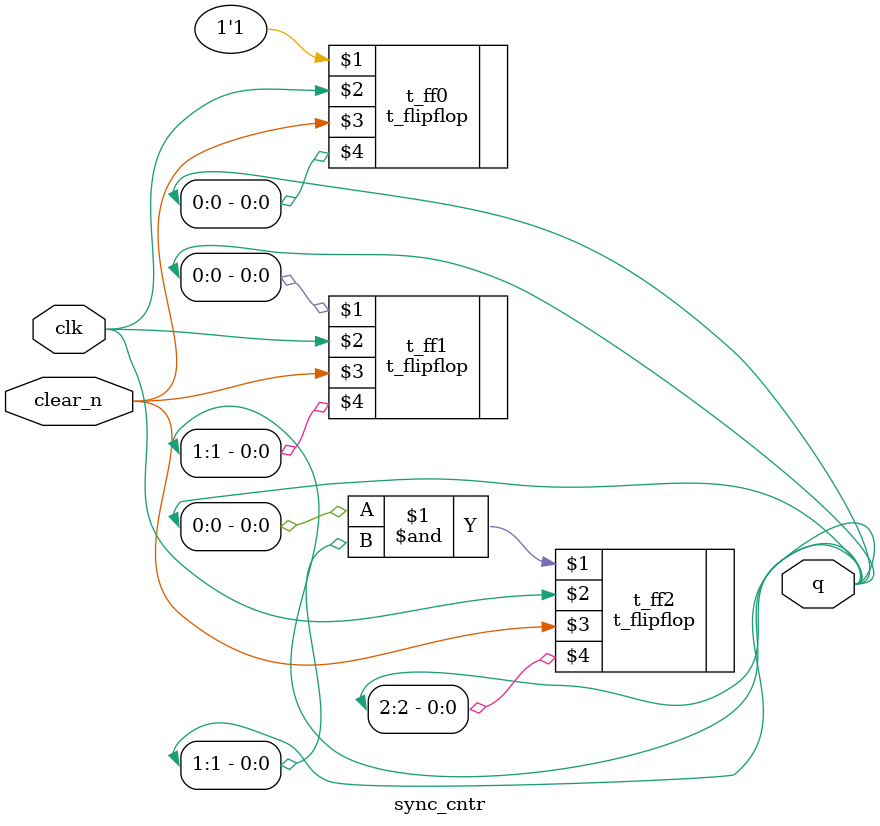
<source format=v>
/* 
3 bit synchronous counter 
*/

`include "t_flipflop.v"

module sync_cntr(input clear_n, input clk, output [2:0] q);

    t_flipflop t_ff0(1'b1,clk,clear_n,q[0]);
    t_flipflop t_ff1(q[0],clk,clear_n,q[1]);
    t_flipflop t_ff2(q[0]&q[1],clk,clear_n,q[2]);

endmodule
</source>
